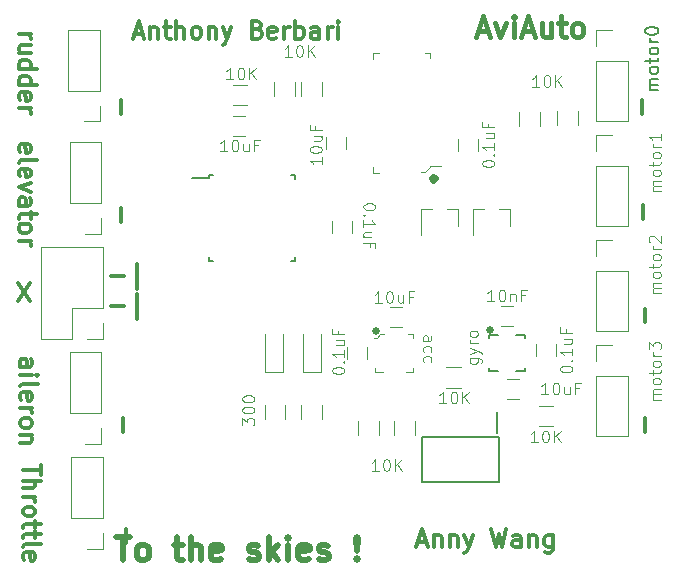
<source format=gbr>
G04 #@! TF.FileFunction,Legend,Top*
%FSLAX46Y46*%
G04 Gerber Fmt 4.6, Leading zero omitted, Abs format (unit mm)*
G04 Created by KiCad (PCBNEW 4.0.7) date 08/08/18 22:49:19*
%MOMM*%
%LPD*%
G01*
G04 APERTURE LIST*
%ADD10C,0.100000*%
%ADD11C,0.500000*%
%ADD12C,0.600000*%
%ADD13C,0.300000*%
%ADD14C,0.150000*%
%ADD15C,0.450000*%
%ADD16C,0.120000*%
%ADD17C,0.200000*%
G04 APERTURE END LIST*
D10*
X264485381Y-83938762D02*
X263818714Y-83938762D01*
X263913952Y-83938762D02*
X263866333Y-83891143D01*
X263818714Y-83795905D01*
X263818714Y-83653047D01*
X263866333Y-83557809D01*
X263961571Y-83510190D01*
X264485381Y-83510190D01*
X263961571Y-83510190D02*
X263866333Y-83462571D01*
X263818714Y-83367333D01*
X263818714Y-83224476D01*
X263866333Y-83129238D01*
X263961571Y-83081619D01*
X264485381Y-83081619D01*
X264485381Y-82462572D02*
X264437762Y-82557810D01*
X264390143Y-82605429D01*
X264294905Y-82653048D01*
X264009190Y-82653048D01*
X263913952Y-82605429D01*
X263866333Y-82557810D01*
X263818714Y-82462572D01*
X263818714Y-82319714D01*
X263866333Y-82224476D01*
X263913952Y-82176857D01*
X264009190Y-82129238D01*
X264294905Y-82129238D01*
X264390143Y-82176857D01*
X264437762Y-82224476D01*
X264485381Y-82319714D01*
X264485381Y-82462572D01*
X263818714Y-81843524D02*
X263818714Y-81462572D01*
X263485381Y-81700667D02*
X264342524Y-81700667D01*
X264437762Y-81653048D01*
X264485381Y-81557810D01*
X264485381Y-81462572D01*
X264485381Y-80986381D02*
X264437762Y-81081619D01*
X264390143Y-81129238D01*
X264294905Y-81176857D01*
X264009190Y-81176857D01*
X263913952Y-81129238D01*
X263866333Y-81081619D01*
X263818714Y-80986381D01*
X263818714Y-80843523D01*
X263866333Y-80748285D01*
X263913952Y-80700666D01*
X264009190Y-80653047D01*
X264294905Y-80653047D01*
X264390143Y-80700666D01*
X264437762Y-80748285D01*
X264485381Y-80843523D01*
X264485381Y-80986381D01*
X264485381Y-80224476D02*
X263818714Y-80224476D01*
X264009190Y-80224476D02*
X263913952Y-80176857D01*
X263866333Y-80129238D01*
X263818714Y-80034000D01*
X263818714Y-79938761D01*
X263485381Y-79700666D02*
X263485381Y-79081618D01*
X263866333Y-79414952D01*
X263866333Y-79272094D01*
X263913952Y-79176856D01*
X263961571Y-79129237D01*
X264056810Y-79081618D01*
X264294905Y-79081618D01*
X264390143Y-79129237D01*
X264437762Y-79176856D01*
X264485381Y-79272094D01*
X264485381Y-79557809D01*
X264437762Y-79653047D01*
X264390143Y-79700666D01*
X264485381Y-74921762D02*
X263818714Y-74921762D01*
X263913952Y-74921762D02*
X263866333Y-74874143D01*
X263818714Y-74778905D01*
X263818714Y-74636047D01*
X263866333Y-74540809D01*
X263961571Y-74493190D01*
X264485381Y-74493190D01*
X263961571Y-74493190D02*
X263866333Y-74445571D01*
X263818714Y-74350333D01*
X263818714Y-74207476D01*
X263866333Y-74112238D01*
X263961571Y-74064619D01*
X264485381Y-74064619D01*
X264485381Y-73445572D02*
X264437762Y-73540810D01*
X264390143Y-73588429D01*
X264294905Y-73636048D01*
X264009190Y-73636048D01*
X263913952Y-73588429D01*
X263866333Y-73540810D01*
X263818714Y-73445572D01*
X263818714Y-73302714D01*
X263866333Y-73207476D01*
X263913952Y-73159857D01*
X264009190Y-73112238D01*
X264294905Y-73112238D01*
X264390143Y-73159857D01*
X264437762Y-73207476D01*
X264485381Y-73302714D01*
X264485381Y-73445572D01*
X263818714Y-72826524D02*
X263818714Y-72445572D01*
X263485381Y-72683667D02*
X264342524Y-72683667D01*
X264437762Y-72636048D01*
X264485381Y-72540810D01*
X264485381Y-72445572D01*
X264485381Y-71969381D02*
X264437762Y-72064619D01*
X264390143Y-72112238D01*
X264294905Y-72159857D01*
X264009190Y-72159857D01*
X263913952Y-72112238D01*
X263866333Y-72064619D01*
X263818714Y-71969381D01*
X263818714Y-71826523D01*
X263866333Y-71731285D01*
X263913952Y-71683666D01*
X264009190Y-71636047D01*
X264294905Y-71636047D01*
X264390143Y-71683666D01*
X264437762Y-71731285D01*
X264485381Y-71826523D01*
X264485381Y-71969381D01*
X264485381Y-71207476D02*
X263818714Y-71207476D01*
X264009190Y-71207476D02*
X263913952Y-71159857D01*
X263866333Y-71112238D01*
X263818714Y-71017000D01*
X263818714Y-70921761D01*
X263580619Y-70636047D02*
X263533000Y-70588428D01*
X263485381Y-70493190D01*
X263485381Y-70255094D01*
X263533000Y-70159856D01*
X263580619Y-70112237D01*
X263675857Y-70064618D01*
X263771095Y-70064618D01*
X263913952Y-70112237D01*
X264485381Y-70683666D01*
X264485381Y-70064618D01*
X264485381Y-66285762D02*
X263818714Y-66285762D01*
X263913952Y-66285762D02*
X263866333Y-66238143D01*
X263818714Y-66142905D01*
X263818714Y-66000047D01*
X263866333Y-65904809D01*
X263961571Y-65857190D01*
X264485381Y-65857190D01*
X263961571Y-65857190D02*
X263866333Y-65809571D01*
X263818714Y-65714333D01*
X263818714Y-65571476D01*
X263866333Y-65476238D01*
X263961571Y-65428619D01*
X264485381Y-65428619D01*
X264485381Y-64809572D02*
X264437762Y-64904810D01*
X264390143Y-64952429D01*
X264294905Y-65000048D01*
X264009190Y-65000048D01*
X263913952Y-64952429D01*
X263866333Y-64904810D01*
X263818714Y-64809572D01*
X263818714Y-64666714D01*
X263866333Y-64571476D01*
X263913952Y-64523857D01*
X264009190Y-64476238D01*
X264294905Y-64476238D01*
X264390143Y-64523857D01*
X264437762Y-64571476D01*
X264485381Y-64666714D01*
X264485381Y-64809572D01*
X263818714Y-64190524D02*
X263818714Y-63809572D01*
X263485381Y-64047667D02*
X264342524Y-64047667D01*
X264437762Y-64000048D01*
X264485381Y-63904810D01*
X264485381Y-63809572D01*
X264485381Y-63333381D02*
X264437762Y-63428619D01*
X264390143Y-63476238D01*
X264294905Y-63523857D01*
X264009190Y-63523857D01*
X263913952Y-63476238D01*
X263866333Y-63428619D01*
X263818714Y-63333381D01*
X263818714Y-63190523D01*
X263866333Y-63095285D01*
X263913952Y-63047666D01*
X264009190Y-63000047D01*
X264294905Y-63000047D01*
X264390143Y-63047666D01*
X264437762Y-63095285D01*
X264485381Y-63190523D01*
X264485381Y-63333381D01*
X264485381Y-62571476D02*
X263818714Y-62571476D01*
X264009190Y-62571476D02*
X263913952Y-62523857D01*
X263866333Y-62476238D01*
X263818714Y-62381000D01*
X263818714Y-62285761D01*
X264485381Y-61428618D02*
X264485381Y-62000047D01*
X264485381Y-61714333D02*
X263485381Y-61714333D01*
X263628238Y-61809571D01*
X263723476Y-61904809D01*
X263771095Y-62000047D01*
X248324714Y-80430571D02*
X249134238Y-80430571D01*
X249229476Y-80478190D01*
X249277095Y-80525809D01*
X249324714Y-80621048D01*
X249324714Y-80763905D01*
X249277095Y-80859143D01*
X248943762Y-80430571D02*
X248991381Y-80525809D01*
X248991381Y-80716286D01*
X248943762Y-80811524D01*
X248896143Y-80859143D01*
X248800905Y-80906762D01*
X248515190Y-80906762D01*
X248419952Y-80859143D01*
X248372333Y-80811524D01*
X248324714Y-80716286D01*
X248324714Y-80525809D01*
X248372333Y-80430571D01*
X248324714Y-80049619D02*
X248991381Y-79811524D01*
X248324714Y-79573428D02*
X248991381Y-79811524D01*
X249229476Y-79906762D01*
X249277095Y-79954381D01*
X249324714Y-80049619D01*
X248991381Y-79192476D02*
X248324714Y-79192476D01*
X248515190Y-79192476D02*
X248419952Y-79144857D01*
X248372333Y-79097238D01*
X248324714Y-79002000D01*
X248324714Y-78906761D01*
X248991381Y-78430571D02*
X248943762Y-78525809D01*
X248896143Y-78573428D01*
X248800905Y-78621047D01*
X248515190Y-78621047D01*
X248419952Y-78573428D01*
X248372333Y-78525809D01*
X248324714Y-78430571D01*
X248324714Y-78287713D01*
X248372333Y-78192475D01*
X248419952Y-78144856D01*
X248515190Y-78097237D01*
X248800905Y-78097237D01*
X248896143Y-78144856D01*
X248943762Y-78192475D01*
X248991381Y-78287713D01*
X248991381Y-78430571D01*
X244403619Y-78986143D02*
X244927429Y-78986143D01*
X245022667Y-78938524D01*
X245070286Y-78843286D01*
X245070286Y-78652809D01*
X245022667Y-78557571D01*
X244451238Y-78986143D02*
X244403619Y-78890905D01*
X244403619Y-78652809D01*
X244451238Y-78557571D01*
X244546476Y-78509952D01*
X244641714Y-78509952D01*
X244736952Y-78557571D01*
X244784571Y-78652809D01*
X244784571Y-78890905D01*
X244832190Y-78986143D01*
X244451238Y-79890905D02*
X244403619Y-79795667D01*
X244403619Y-79605190D01*
X244451238Y-79509952D01*
X244498857Y-79462333D01*
X244594095Y-79414714D01*
X244879810Y-79414714D01*
X244975048Y-79462333D01*
X245022667Y-79509952D01*
X245070286Y-79605190D01*
X245070286Y-79795667D01*
X245022667Y-79890905D01*
X244451238Y-80748048D02*
X244403619Y-80652810D01*
X244403619Y-80462333D01*
X244451238Y-80367095D01*
X244498857Y-80319476D01*
X244594095Y-80271857D01*
X244879810Y-80271857D01*
X244975048Y-80319476D01*
X245022667Y-80367095D01*
X245070286Y-80462333D01*
X245070286Y-80652810D01*
X245022667Y-80748048D01*
X240323619Y-67572143D02*
X240323619Y-67667382D01*
X240276000Y-67762620D01*
X240228381Y-67810239D01*
X240133143Y-67857858D01*
X239942667Y-67905477D01*
X239704571Y-67905477D01*
X239514095Y-67857858D01*
X239418857Y-67810239D01*
X239371238Y-67762620D01*
X239323619Y-67667382D01*
X239323619Y-67572143D01*
X239371238Y-67476905D01*
X239418857Y-67429286D01*
X239514095Y-67381667D01*
X239704571Y-67334048D01*
X239942667Y-67334048D01*
X240133143Y-67381667D01*
X240228381Y-67429286D01*
X240276000Y-67476905D01*
X240323619Y-67572143D01*
X239418857Y-68334048D02*
X239371238Y-68381667D01*
X239323619Y-68334048D01*
X239371238Y-68286429D01*
X239418857Y-68334048D01*
X239323619Y-68334048D01*
X239323619Y-69334048D02*
X239323619Y-68762619D01*
X239323619Y-69048333D02*
X240323619Y-69048333D01*
X240180762Y-68953095D01*
X240085524Y-68857857D01*
X240037905Y-68762619D01*
X239990286Y-70191191D02*
X239323619Y-70191191D01*
X239990286Y-69762619D02*
X239466476Y-69762619D01*
X239371238Y-69810238D01*
X239323619Y-69905476D01*
X239323619Y-70048334D01*
X239371238Y-70143572D01*
X239418857Y-70191191D01*
X239847429Y-71000715D02*
X239847429Y-70667381D01*
X239323619Y-70667381D02*
X240323619Y-70667381D01*
X240323619Y-71143572D01*
X250388572Y-75636381D02*
X249817143Y-75636381D01*
X250102857Y-75636381D02*
X250102857Y-74636381D01*
X250007619Y-74779238D01*
X249912381Y-74874476D01*
X249817143Y-74922095D01*
X251007619Y-74636381D02*
X251102858Y-74636381D01*
X251198096Y-74684000D01*
X251245715Y-74731619D01*
X251293334Y-74826857D01*
X251340953Y-75017333D01*
X251340953Y-75255429D01*
X251293334Y-75445905D01*
X251245715Y-75541143D01*
X251198096Y-75588762D01*
X251102858Y-75636381D01*
X251007619Y-75636381D01*
X250912381Y-75588762D01*
X250864762Y-75541143D01*
X250817143Y-75445905D01*
X250769524Y-75255429D01*
X250769524Y-75017333D01*
X250817143Y-74826857D01*
X250864762Y-74731619D01*
X250912381Y-74684000D01*
X251007619Y-74636381D01*
X251769524Y-74969714D02*
X251769524Y-75636381D01*
X251769524Y-75064952D02*
X251817143Y-75017333D01*
X251912381Y-74969714D01*
X252055239Y-74969714D01*
X252150477Y-75017333D01*
X252198096Y-75112571D01*
X252198096Y-75636381D01*
X253007620Y-75112571D02*
X252674286Y-75112571D01*
X252674286Y-75636381D02*
X252674286Y-74636381D01*
X253150477Y-74636381D01*
X255992381Y-81398857D02*
X255992381Y-81303618D01*
X256040000Y-81208380D01*
X256087619Y-81160761D01*
X256182857Y-81113142D01*
X256373333Y-81065523D01*
X256611429Y-81065523D01*
X256801905Y-81113142D01*
X256897143Y-81160761D01*
X256944762Y-81208380D01*
X256992381Y-81303618D01*
X256992381Y-81398857D01*
X256944762Y-81494095D01*
X256897143Y-81541714D01*
X256801905Y-81589333D01*
X256611429Y-81636952D01*
X256373333Y-81636952D01*
X256182857Y-81589333D01*
X256087619Y-81541714D01*
X256040000Y-81494095D01*
X255992381Y-81398857D01*
X256897143Y-80636952D02*
X256944762Y-80589333D01*
X256992381Y-80636952D01*
X256944762Y-80684571D01*
X256897143Y-80636952D01*
X256992381Y-80636952D01*
X256992381Y-79636952D02*
X256992381Y-80208381D01*
X256992381Y-79922667D02*
X255992381Y-79922667D01*
X256135238Y-80017905D01*
X256230476Y-80113143D01*
X256278095Y-80208381D01*
X256325714Y-78779809D02*
X256992381Y-78779809D01*
X256325714Y-79208381D02*
X256849524Y-79208381D01*
X256944762Y-79160762D01*
X256992381Y-79065524D01*
X256992381Y-78922666D01*
X256944762Y-78827428D01*
X256897143Y-78779809D01*
X256468571Y-77970285D02*
X256468571Y-78303619D01*
X256992381Y-78303619D02*
X255992381Y-78303619D01*
X255992381Y-77827428D01*
X254960572Y-83510381D02*
X254389143Y-83510381D01*
X254674857Y-83510381D02*
X254674857Y-82510381D01*
X254579619Y-82653238D01*
X254484381Y-82748476D01*
X254389143Y-82796095D01*
X255579619Y-82510381D02*
X255674858Y-82510381D01*
X255770096Y-82558000D01*
X255817715Y-82605619D01*
X255865334Y-82700857D01*
X255912953Y-82891333D01*
X255912953Y-83129429D01*
X255865334Y-83319905D01*
X255817715Y-83415143D01*
X255770096Y-83462762D01*
X255674858Y-83510381D01*
X255579619Y-83510381D01*
X255484381Y-83462762D01*
X255436762Y-83415143D01*
X255389143Y-83319905D01*
X255341524Y-83129429D01*
X255341524Y-82891333D01*
X255389143Y-82700857D01*
X255436762Y-82605619D01*
X255484381Y-82558000D01*
X255579619Y-82510381D01*
X256770096Y-82843714D02*
X256770096Y-83510381D01*
X256341524Y-82843714D02*
X256341524Y-83367524D01*
X256389143Y-83462762D01*
X256484381Y-83510381D01*
X256627239Y-83510381D01*
X256722477Y-83462762D01*
X256770096Y-83415143D01*
X257579620Y-82986571D02*
X257246286Y-82986571D01*
X257246286Y-83510381D02*
X257246286Y-82510381D01*
X257722477Y-82510381D01*
X254071524Y-87574381D02*
X253500095Y-87574381D01*
X253785809Y-87574381D02*
X253785809Y-86574381D01*
X253690571Y-86717238D01*
X253595333Y-86812476D01*
X253500095Y-86860095D01*
X254690571Y-86574381D02*
X254785810Y-86574381D01*
X254881048Y-86622000D01*
X254928667Y-86669619D01*
X254976286Y-86764857D01*
X255023905Y-86955333D01*
X255023905Y-87193429D01*
X254976286Y-87383905D01*
X254928667Y-87479143D01*
X254881048Y-87526762D01*
X254785810Y-87574381D01*
X254690571Y-87574381D01*
X254595333Y-87526762D01*
X254547714Y-87479143D01*
X254500095Y-87383905D01*
X254452476Y-87193429D01*
X254452476Y-86955333D01*
X254500095Y-86764857D01*
X254547714Y-86669619D01*
X254595333Y-86622000D01*
X254690571Y-86574381D01*
X255452476Y-87574381D02*
X255452476Y-86574381D01*
X256023905Y-87574381D02*
X255595333Y-87002952D01*
X256023905Y-86574381D02*
X255452476Y-87145810D01*
X240609524Y-89987381D02*
X240038095Y-89987381D01*
X240323809Y-89987381D02*
X240323809Y-88987381D01*
X240228571Y-89130238D01*
X240133333Y-89225476D01*
X240038095Y-89273095D01*
X241228571Y-88987381D02*
X241323810Y-88987381D01*
X241419048Y-89035000D01*
X241466667Y-89082619D01*
X241514286Y-89177857D01*
X241561905Y-89368333D01*
X241561905Y-89606429D01*
X241514286Y-89796905D01*
X241466667Y-89892143D01*
X241419048Y-89939762D01*
X241323810Y-89987381D01*
X241228571Y-89987381D01*
X241133333Y-89939762D01*
X241085714Y-89892143D01*
X241038095Y-89796905D01*
X240990476Y-89606429D01*
X240990476Y-89368333D01*
X241038095Y-89177857D01*
X241085714Y-89082619D01*
X241133333Y-89035000D01*
X241228571Y-88987381D01*
X241990476Y-89987381D02*
X241990476Y-88987381D01*
X242561905Y-89987381D02*
X242133333Y-89415952D01*
X242561905Y-88987381D02*
X241990476Y-89558810D01*
X236688381Y-81525857D02*
X236688381Y-81430618D01*
X236736000Y-81335380D01*
X236783619Y-81287761D01*
X236878857Y-81240142D01*
X237069333Y-81192523D01*
X237307429Y-81192523D01*
X237497905Y-81240142D01*
X237593143Y-81287761D01*
X237640762Y-81335380D01*
X237688381Y-81430618D01*
X237688381Y-81525857D01*
X237640762Y-81621095D01*
X237593143Y-81668714D01*
X237497905Y-81716333D01*
X237307429Y-81763952D01*
X237069333Y-81763952D01*
X236878857Y-81716333D01*
X236783619Y-81668714D01*
X236736000Y-81621095D01*
X236688381Y-81525857D01*
X237593143Y-80763952D02*
X237640762Y-80716333D01*
X237688381Y-80763952D01*
X237640762Y-80811571D01*
X237593143Y-80763952D01*
X237688381Y-80763952D01*
X237688381Y-79763952D02*
X237688381Y-80335381D01*
X237688381Y-80049667D02*
X236688381Y-80049667D01*
X236831238Y-80144905D01*
X236926476Y-80240143D01*
X236974095Y-80335381D01*
X237021714Y-78906809D02*
X237688381Y-78906809D01*
X237021714Y-79335381D02*
X237545524Y-79335381D01*
X237640762Y-79287762D01*
X237688381Y-79192524D01*
X237688381Y-79049666D01*
X237640762Y-78954428D01*
X237593143Y-78906809D01*
X237164571Y-78097285D02*
X237164571Y-78430619D01*
X237688381Y-78430619D02*
X236688381Y-78430619D01*
X236688381Y-77954428D01*
X240863572Y-75763381D02*
X240292143Y-75763381D01*
X240577857Y-75763381D02*
X240577857Y-74763381D01*
X240482619Y-74906238D01*
X240387381Y-75001476D01*
X240292143Y-75049095D01*
X241482619Y-74763381D02*
X241577858Y-74763381D01*
X241673096Y-74811000D01*
X241720715Y-74858619D01*
X241768334Y-74953857D01*
X241815953Y-75144333D01*
X241815953Y-75382429D01*
X241768334Y-75572905D01*
X241720715Y-75668143D01*
X241673096Y-75715762D01*
X241577858Y-75763381D01*
X241482619Y-75763381D01*
X241387381Y-75715762D01*
X241339762Y-75668143D01*
X241292143Y-75572905D01*
X241244524Y-75382429D01*
X241244524Y-75144333D01*
X241292143Y-74953857D01*
X241339762Y-74858619D01*
X241387381Y-74811000D01*
X241482619Y-74763381D01*
X242673096Y-75096714D02*
X242673096Y-75763381D01*
X242244524Y-75096714D02*
X242244524Y-75620524D01*
X242292143Y-75715762D01*
X242387381Y-75763381D01*
X242530239Y-75763381D01*
X242625477Y-75715762D01*
X242673096Y-75668143D01*
X243482620Y-75239571D02*
X243149286Y-75239571D01*
X243149286Y-75763381D02*
X243149286Y-74763381D01*
X243625477Y-74763381D01*
X246324524Y-84272381D02*
X245753095Y-84272381D01*
X246038809Y-84272381D02*
X246038809Y-83272381D01*
X245943571Y-83415238D01*
X245848333Y-83510476D01*
X245753095Y-83558095D01*
X246943571Y-83272381D02*
X247038810Y-83272381D01*
X247134048Y-83320000D01*
X247181667Y-83367619D01*
X247229286Y-83462857D01*
X247276905Y-83653333D01*
X247276905Y-83891429D01*
X247229286Y-84081905D01*
X247181667Y-84177143D01*
X247134048Y-84224762D01*
X247038810Y-84272381D01*
X246943571Y-84272381D01*
X246848333Y-84224762D01*
X246800714Y-84177143D01*
X246753095Y-84081905D01*
X246705476Y-83891429D01*
X246705476Y-83653333D01*
X246753095Y-83462857D01*
X246800714Y-83367619D01*
X246848333Y-83320000D01*
X246943571Y-83272381D01*
X247705476Y-84272381D02*
X247705476Y-83272381D01*
X248276905Y-84272381D02*
X247848333Y-83700952D01*
X248276905Y-83272381D02*
X247705476Y-83843810D01*
D11*
X250063000Y-77930286D02*
X250158239Y-78025524D01*
X250063000Y-78120762D01*
X249967762Y-78025524D01*
X250063000Y-77930286D01*
X250063000Y-78120762D01*
X240411000Y-78057286D02*
X240506239Y-78152524D01*
X240411000Y-78247762D01*
X240315762Y-78152524D01*
X240411000Y-78057286D01*
X240411000Y-78247762D01*
D10*
X254198524Y-57475381D02*
X253627095Y-57475381D01*
X253912809Y-57475381D02*
X253912809Y-56475381D01*
X253817571Y-56618238D01*
X253722333Y-56713476D01*
X253627095Y-56761095D01*
X254817571Y-56475381D02*
X254912810Y-56475381D01*
X255008048Y-56523000D01*
X255055667Y-56570619D01*
X255103286Y-56665857D01*
X255150905Y-56856333D01*
X255150905Y-57094429D01*
X255103286Y-57284905D01*
X255055667Y-57380143D01*
X255008048Y-57427762D01*
X254912810Y-57475381D01*
X254817571Y-57475381D01*
X254722333Y-57427762D01*
X254674714Y-57380143D01*
X254627095Y-57284905D01*
X254579476Y-57094429D01*
X254579476Y-56856333D01*
X254627095Y-56665857D01*
X254674714Y-56570619D01*
X254722333Y-56523000D01*
X254817571Y-56475381D01*
X255579476Y-57475381D02*
X255579476Y-56475381D01*
X256150905Y-57475381D02*
X255722333Y-56903952D01*
X256150905Y-56475381D02*
X255579476Y-57046810D01*
X249388381Y-63999857D02*
X249388381Y-63904618D01*
X249436000Y-63809380D01*
X249483619Y-63761761D01*
X249578857Y-63714142D01*
X249769333Y-63666523D01*
X250007429Y-63666523D01*
X250197905Y-63714142D01*
X250293143Y-63761761D01*
X250340762Y-63809380D01*
X250388381Y-63904618D01*
X250388381Y-63999857D01*
X250340762Y-64095095D01*
X250293143Y-64142714D01*
X250197905Y-64190333D01*
X250007429Y-64237952D01*
X249769333Y-64237952D01*
X249578857Y-64190333D01*
X249483619Y-64142714D01*
X249436000Y-64095095D01*
X249388381Y-63999857D01*
X250293143Y-63237952D02*
X250340762Y-63190333D01*
X250388381Y-63237952D01*
X250340762Y-63285571D01*
X250293143Y-63237952D01*
X250388381Y-63237952D01*
X250388381Y-62237952D02*
X250388381Y-62809381D01*
X250388381Y-62523667D02*
X249388381Y-62523667D01*
X249531238Y-62618905D01*
X249626476Y-62714143D01*
X249674095Y-62809381D01*
X249721714Y-61380809D02*
X250388381Y-61380809D01*
X249721714Y-61809381D02*
X250245524Y-61809381D01*
X250340762Y-61761762D01*
X250388381Y-61666524D01*
X250388381Y-61523666D01*
X250340762Y-61428428D01*
X250293143Y-61380809D01*
X249864571Y-60571285D02*
X249864571Y-60904619D01*
X250388381Y-60904619D02*
X249388381Y-60904619D01*
X249388381Y-60428428D01*
X235783381Y-63428428D02*
X235783381Y-63999857D01*
X235783381Y-63714143D02*
X234783381Y-63714143D01*
X234926238Y-63809381D01*
X235021476Y-63904619D01*
X235069095Y-63999857D01*
X234783381Y-62809381D02*
X234783381Y-62714142D01*
X234831000Y-62618904D01*
X234878619Y-62571285D01*
X234973857Y-62523666D01*
X235164333Y-62476047D01*
X235402429Y-62476047D01*
X235592905Y-62523666D01*
X235688143Y-62571285D01*
X235735762Y-62618904D01*
X235783381Y-62714142D01*
X235783381Y-62809381D01*
X235735762Y-62904619D01*
X235688143Y-62952238D01*
X235592905Y-62999857D01*
X235402429Y-63047476D01*
X235164333Y-63047476D01*
X234973857Y-62999857D01*
X234878619Y-62952238D01*
X234831000Y-62904619D01*
X234783381Y-62809381D01*
X235116714Y-61618904D02*
X235783381Y-61618904D01*
X235116714Y-62047476D02*
X235640524Y-62047476D01*
X235735762Y-61999857D01*
X235783381Y-61904619D01*
X235783381Y-61761761D01*
X235735762Y-61666523D01*
X235688143Y-61618904D01*
X235259571Y-60809380D02*
X235259571Y-61142714D01*
X235783381Y-61142714D02*
X234783381Y-61142714D01*
X234783381Y-60666523D01*
D12*
X245237001Y-65079429D02*
X245379858Y-65222286D01*
X245237001Y-65365143D01*
X245094144Y-65222286D01*
X245237001Y-65079429D01*
X245237001Y-65365143D01*
D10*
X233243524Y-54935381D02*
X232672095Y-54935381D01*
X232957809Y-54935381D02*
X232957809Y-53935381D01*
X232862571Y-54078238D01*
X232767333Y-54173476D01*
X232672095Y-54221095D01*
X233862571Y-53935381D02*
X233957810Y-53935381D01*
X234053048Y-53983000D01*
X234100667Y-54030619D01*
X234148286Y-54125857D01*
X234195905Y-54316333D01*
X234195905Y-54554429D01*
X234148286Y-54744905D01*
X234100667Y-54840143D01*
X234053048Y-54887762D01*
X233957810Y-54935381D01*
X233862571Y-54935381D01*
X233767333Y-54887762D01*
X233719714Y-54840143D01*
X233672095Y-54744905D01*
X233624476Y-54554429D01*
X233624476Y-54316333D01*
X233672095Y-54125857D01*
X233719714Y-54030619D01*
X233767333Y-53983000D01*
X233862571Y-53935381D01*
X234624476Y-54935381D02*
X234624476Y-53935381D01*
X235195905Y-54935381D02*
X234767333Y-54363952D01*
X235195905Y-53935381D02*
X234624476Y-54506810D01*
X228290524Y-56840381D02*
X227719095Y-56840381D01*
X228004809Y-56840381D02*
X228004809Y-55840381D01*
X227909571Y-55983238D01*
X227814333Y-56078476D01*
X227719095Y-56126095D01*
X228909571Y-55840381D02*
X229004810Y-55840381D01*
X229100048Y-55888000D01*
X229147667Y-55935619D01*
X229195286Y-56030857D01*
X229242905Y-56221333D01*
X229242905Y-56459429D01*
X229195286Y-56649905D01*
X229147667Y-56745143D01*
X229100048Y-56792762D01*
X229004810Y-56840381D01*
X228909571Y-56840381D01*
X228814333Y-56792762D01*
X228766714Y-56745143D01*
X228719095Y-56649905D01*
X228671476Y-56459429D01*
X228671476Y-56221333D01*
X228719095Y-56030857D01*
X228766714Y-55935619D01*
X228814333Y-55888000D01*
X228909571Y-55840381D01*
X229671476Y-56840381D02*
X229671476Y-55840381D01*
X230242905Y-56840381D02*
X229814333Y-56268952D01*
X230242905Y-55840381D02*
X229671476Y-56411810D01*
X227782572Y-62936381D02*
X227211143Y-62936381D01*
X227496857Y-62936381D02*
X227496857Y-61936381D01*
X227401619Y-62079238D01*
X227306381Y-62174476D01*
X227211143Y-62222095D01*
X228401619Y-61936381D02*
X228496858Y-61936381D01*
X228592096Y-61984000D01*
X228639715Y-62031619D01*
X228687334Y-62126857D01*
X228734953Y-62317333D01*
X228734953Y-62555429D01*
X228687334Y-62745905D01*
X228639715Y-62841143D01*
X228592096Y-62888762D01*
X228496858Y-62936381D01*
X228401619Y-62936381D01*
X228306381Y-62888762D01*
X228258762Y-62841143D01*
X228211143Y-62745905D01*
X228163524Y-62555429D01*
X228163524Y-62317333D01*
X228211143Y-62126857D01*
X228258762Y-62031619D01*
X228306381Y-61984000D01*
X228401619Y-61936381D01*
X229592096Y-62269714D02*
X229592096Y-62936381D01*
X229163524Y-62269714D02*
X229163524Y-62793524D01*
X229211143Y-62888762D01*
X229306381Y-62936381D01*
X229449239Y-62936381D01*
X229544477Y-62888762D01*
X229592096Y-62841143D01*
X230401620Y-62412571D02*
X230068286Y-62412571D01*
X230068286Y-62936381D02*
X230068286Y-61936381D01*
X230544477Y-61936381D01*
X229068381Y-86121714D02*
X229068381Y-85502666D01*
X229449333Y-85836000D01*
X229449333Y-85693142D01*
X229496952Y-85597904D01*
X229544571Y-85550285D01*
X229639810Y-85502666D01*
X229877905Y-85502666D01*
X229973143Y-85550285D01*
X230020762Y-85597904D01*
X230068381Y-85693142D01*
X230068381Y-85978857D01*
X230020762Y-86074095D01*
X229973143Y-86121714D01*
X229068381Y-84883619D02*
X229068381Y-84788380D01*
X229116000Y-84693142D01*
X229163619Y-84645523D01*
X229258857Y-84597904D01*
X229449333Y-84550285D01*
X229687429Y-84550285D01*
X229877905Y-84597904D01*
X229973143Y-84645523D01*
X230020762Y-84693142D01*
X230068381Y-84788380D01*
X230068381Y-84883619D01*
X230020762Y-84978857D01*
X229973143Y-85026476D01*
X229877905Y-85074095D01*
X229687429Y-85121714D01*
X229449333Y-85121714D01*
X229258857Y-85074095D01*
X229163619Y-85026476D01*
X229116000Y-84978857D01*
X229068381Y-84883619D01*
X229068381Y-83931238D02*
X229068381Y-83835999D01*
X229116000Y-83740761D01*
X229163619Y-83693142D01*
X229258857Y-83645523D01*
X229449333Y-83597904D01*
X229687429Y-83597904D01*
X229877905Y-83645523D01*
X229973143Y-83693142D01*
X230020762Y-83740761D01*
X230068381Y-83835999D01*
X230068381Y-83931238D01*
X230020762Y-84026476D01*
X229973143Y-84074095D01*
X229877905Y-84121714D01*
X229687429Y-84169333D01*
X229449333Y-84169333D01*
X229258857Y-84121714D01*
X229163619Y-84074095D01*
X229116000Y-84026476D01*
X229068381Y-83931238D01*
D13*
X219182143Y-96075428D02*
X219182143Y-94932571D01*
X218928143Y-86677428D02*
X218928143Y-85534571D01*
X218801143Y-68897428D02*
X218801143Y-67754571D01*
X218801143Y-59753428D02*
X218801143Y-58610571D01*
X262870143Y-59753428D02*
X262870143Y-58610571D01*
X262997143Y-68643428D02*
X262997143Y-67500571D01*
X263124143Y-77406428D02*
X263124143Y-76263571D01*
X263124143Y-86677428D02*
X263124143Y-85534571D01*
D14*
X264276619Y-57763237D02*
X263543286Y-57763237D01*
X263648048Y-57763237D02*
X263595667Y-57710856D01*
X263543286Y-57606094D01*
X263543286Y-57448952D01*
X263595667Y-57344190D01*
X263700429Y-57291809D01*
X264276619Y-57291809D01*
X263700429Y-57291809D02*
X263595667Y-57239428D01*
X263543286Y-57134666D01*
X263543286Y-56977523D01*
X263595667Y-56872761D01*
X263700429Y-56820380D01*
X264276619Y-56820380D01*
X264276619Y-56139427D02*
X264224238Y-56244189D01*
X264171857Y-56296570D01*
X264067095Y-56348951D01*
X263752810Y-56348951D01*
X263648048Y-56296570D01*
X263595667Y-56244189D01*
X263543286Y-56139427D01*
X263543286Y-55982285D01*
X263595667Y-55877523D01*
X263648048Y-55825142D01*
X263752810Y-55772761D01*
X264067095Y-55772761D01*
X264171857Y-55825142D01*
X264224238Y-55877523D01*
X264276619Y-55982285D01*
X264276619Y-56139427D01*
X263543286Y-55458475D02*
X263543286Y-55039427D01*
X263176619Y-55301332D02*
X264119476Y-55301332D01*
X264224238Y-55248951D01*
X264276619Y-55144189D01*
X264276619Y-55039427D01*
X264276619Y-54515618D02*
X264224238Y-54620380D01*
X264171857Y-54672761D01*
X264067095Y-54725142D01*
X263752810Y-54725142D01*
X263648048Y-54672761D01*
X263595667Y-54620380D01*
X263543286Y-54515618D01*
X263543286Y-54358476D01*
X263595667Y-54253714D01*
X263648048Y-54201333D01*
X263752810Y-54148952D01*
X264067095Y-54148952D01*
X264171857Y-54201333D01*
X264224238Y-54253714D01*
X264276619Y-54358476D01*
X264276619Y-54515618D01*
X264276619Y-53677523D02*
X263543286Y-53677523D01*
X263752810Y-53677523D02*
X263648048Y-53625142D01*
X263595667Y-53572761D01*
X263543286Y-53467999D01*
X263543286Y-53363238D01*
X263176619Y-52787047D02*
X263176619Y-52682286D01*
X263229000Y-52577524D01*
X263281381Y-52525143D01*
X263386143Y-52472762D01*
X263595667Y-52420381D01*
X263857571Y-52420381D01*
X264067095Y-52472762D01*
X264171857Y-52525143D01*
X264224238Y-52577524D01*
X264276619Y-52682286D01*
X264276619Y-52787047D01*
X264224238Y-52891809D01*
X264171857Y-52944190D01*
X264067095Y-52996571D01*
X263857571Y-53048952D01*
X263595667Y-53048952D01*
X263386143Y-52996571D01*
X263281381Y-52944190D01*
X263229000Y-52891809D01*
X263176619Y-52787047D01*
D13*
X210066001Y-74108571D02*
X211066001Y-75608571D01*
X211066001Y-74108571D02*
X210066001Y-75608571D01*
X217916286Y-73508143D02*
X219059143Y-73508143D01*
X220130572Y-74579571D02*
X220130572Y-72436714D01*
X217916286Y-76058143D02*
X219059143Y-76058143D01*
X220130572Y-77129571D02*
X220130572Y-74986714D01*
X210141429Y-53011001D02*
X211141429Y-53011001D01*
X210855714Y-53011001D02*
X210998571Y-53082429D01*
X211070000Y-53153858D01*
X211141429Y-53296715D01*
X211141429Y-53439572D01*
X211141429Y-54582429D02*
X210141429Y-54582429D01*
X211141429Y-53939572D02*
X210355714Y-53939572D01*
X210212857Y-54011000D01*
X210141429Y-54153858D01*
X210141429Y-54368143D01*
X210212857Y-54511000D01*
X210284286Y-54582429D01*
X210141429Y-55939572D02*
X211641429Y-55939572D01*
X210212857Y-55939572D02*
X210141429Y-55796715D01*
X210141429Y-55511001D01*
X210212857Y-55368143D01*
X210284286Y-55296715D01*
X210427143Y-55225286D01*
X210855714Y-55225286D01*
X210998571Y-55296715D01*
X211070000Y-55368143D01*
X211141429Y-55511001D01*
X211141429Y-55796715D01*
X211070000Y-55939572D01*
X210141429Y-57296715D02*
X211641429Y-57296715D01*
X210212857Y-57296715D02*
X210141429Y-57153858D01*
X210141429Y-56868144D01*
X210212857Y-56725286D01*
X210284286Y-56653858D01*
X210427143Y-56582429D01*
X210855714Y-56582429D01*
X210998571Y-56653858D01*
X211070000Y-56725286D01*
X211141429Y-56868144D01*
X211141429Y-57153858D01*
X211070000Y-57296715D01*
X210212857Y-58582429D02*
X210141429Y-58439572D01*
X210141429Y-58153858D01*
X210212857Y-58011001D01*
X210355714Y-57939572D01*
X210927143Y-57939572D01*
X211070000Y-58011001D01*
X211141429Y-58153858D01*
X211141429Y-58439572D01*
X211070000Y-58582429D01*
X210927143Y-58653858D01*
X210784286Y-58653858D01*
X210641429Y-57939572D01*
X210141429Y-59296715D02*
X211141429Y-59296715D01*
X210855714Y-59296715D02*
X210998571Y-59368143D01*
X211070000Y-59439572D01*
X211141429Y-59582429D01*
X211141429Y-59725286D01*
X210268429Y-81181143D02*
X211054143Y-81181143D01*
X211197000Y-81109714D01*
X211268429Y-80966857D01*
X211268429Y-80681143D01*
X211197000Y-80538286D01*
X210339857Y-81181143D02*
X210268429Y-81038286D01*
X210268429Y-80681143D01*
X210339857Y-80538286D01*
X210482714Y-80466857D01*
X210625571Y-80466857D01*
X210768429Y-80538286D01*
X210839857Y-80681143D01*
X210839857Y-81038286D01*
X210911286Y-81181143D01*
X210268429Y-81895429D02*
X211268429Y-81895429D01*
X211768429Y-81895429D02*
X211697000Y-81824000D01*
X211625571Y-81895429D01*
X211697000Y-81966857D01*
X211768429Y-81895429D01*
X211625571Y-81895429D01*
X210268429Y-82824001D02*
X210339857Y-82681143D01*
X210482714Y-82609715D01*
X211768429Y-82609715D01*
X210339857Y-83966857D02*
X210268429Y-83824000D01*
X210268429Y-83538286D01*
X210339857Y-83395429D01*
X210482714Y-83324000D01*
X211054143Y-83324000D01*
X211197000Y-83395429D01*
X211268429Y-83538286D01*
X211268429Y-83824000D01*
X211197000Y-83966857D01*
X211054143Y-84038286D01*
X210911286Y-84038286D01*
X210768429Y-83324000D01*
X210268429Y-84681143D02*
X211268429Y-84681143D01*
X210982714Y-84681143D02*
X211125571Y-84752571D01*
X211197000Y-84824000D01*
X211268429Y-84966857D01*
X211268429Y-85109714D01*
X210268429Y-85824000D02*
X210339857Y-85681142D01*
X210411286Y-85609714D01*
X210554143Y-85538285D01*
X210982714Y-85538285D01*
X211125571Y-85609714D01*
X211197000Y-85681142D01*
X211268429Y-85824000D01*
X211268429Y-86038285D01*
X211197000Y-86181142D01*
X211125571Y-86252571D01*
X210982714Y-86324000D01*
X210554143Y-86324000D01*
X210411286Y-86252571D01*
X210339857Y-86181142D01*
X210268429Y-86038285D01*
X210268429Y-85824000D01*
X211268429Y-86966857D02*
X210268429Y-86966857D01*
X211125571Y-86966857D02*
X211197000Y-87038285D01*
X211268429Y-87181143D01*
X211268429Y-87395428D01*
X211197000Y-87538285D01*
X211054143Y-87609714D01*
X210268429Y-87609714D01*
X210212857Y-62976572D02*
X210141429Y-62833715D01*
X210141429Y-62548001D01*
X210212857Y-62405144D01*
X210355714Y-62333715D01*
X210927143Y-62333715D01*
X211070000Y-62405144D01*
X211141429Y-62548001D01*
X211141429Y-62833715D01*
X211070000Y-62976572D01*
X210927143Y-63048001D01*
X210784286Y-63048001D01*
X210641429Y-62333715D01*
X210141429Y-63905144D02*
X210212857Y-63762286D01*
X210355714Y-63690858D01*
X211641429Y-63690858D01*
X210212857Y-65048000D02*
X210141429Y-64905143D01*
X210141429Y-64619429D01*
X210212857Y-64476572D01*
X210355714Y-64405143D01*
X210927143Y-64405143D01*
X211070000Y-64476572D01*
X211141429Y-64619429D01*
X211141429Y-64905143D01*
X211070000Y-65048000D01*
X210927143Y-65119429D01*
X210784286Y-65119429D01*
X210641429Y-64405143D01*
X211141429Y-65619429D02*
X210141429Y-65976572D01*
X211141429Y-66333714D01*
X210141429Y-67548000D02*
X210927143Y-67548000D01*
X211070000Y-67476571D01*
X211141429Y-67333714D01*
X211141429Y-67048000D01*
X211070000Y-66905143D01*
X210212857Y-67548000D02*
X210141429Y-67405143D01*
X210141429Y-67048000D01*
X210212857Y-66905143D01*
X210355714Y-66833714D01*
X210498571Y-66833714D01*
X210641429Y-66905143D01*
X210712857Y-67048000D01*
X210712857Y-67405143D01*
X210784286Y-67548000D01*
X211141429Y-68048000D02*
X211141429Y-68619429D01*
X211641429Y-68262286D02*
X210355714Y-68262286D01*
X210212857Y-68333714D01*
X210141429Y-68476572D01*
X210141429Y-68619429D01*
X210141429Y-69333715D02*
X210212857Y-69190857D01*
X210284286Y-69119429D01*
X210427143Y-69048000D01*
X210855714Y-69048000D01*
X210998571Y-69119429D01*
X211070000Y-69190857D01*
X211141429Y-69333715D01*
X211141429Y-69548000D01*
X211070000Y-69690857D01*
X210998571Y-69762286D01*
X210855714Y-69833715D01*
X210427143Y-69833715D01*
X210284286Y-69762286D01*
X210212857Y-69690857D01*
X210141429Y-69548000D01*
X210141429Y-69333715D01*
X210141429Y-70476572D02*
X211141429Y-70476572D01*
X210855714Y-70476572D02*
X210998571Y-70548000D01*
X211070000Y-70619429D01*
X211141429Y-70762286D01*
X211141429Y-70905143D01*
X212022429Y-89456143D02*
X212022429Y-90313286D01*
X210522429Y-89884715D02*
X212022429Y-89884715D01*
X210522429Y-90813286D02*
X212022429Y-90813286D01*
X210522429Y-91456143D02*
X211308143Y-91456143D01*
X211451000Y-91384714D01*
X211522429Y-91241857D01*
X211522429Y-91027572D01*
X211451000Y-90884714D01*
X211379571Y-90813286D01*
X210522429Y-92170429D02*
X211522429Y-92170429D01*
X211236714Y-92170429D02*
X211379571Y-92241857D01*
X211451000Y-92313286D01*
X211522429Y-92456143D01*
X211522429Y-92599000D01*
X210522429Y-93313286D02*
X210593857Y-93170428D01*
X210665286Y-93099000D01*
X210808143Y-93027571D01*
X211236714Y-93027571D01*
X211379571Y-93099000D01*
X211451000Y-93170428D01*
X211522429Y-93313286D01*
X211522429Y-93527571D01*
X211451000Y-93670428D01*
X211379571Y-93741857D01*
X211236714Y-93813286D01*
X210808143Y-93813286D01*
X210665286Y-93741857D01*
X210593857Y-93670428D01*
X210522429Y-93527571D01*
X210522429Y-93313286D01*
X211522429Y-94241857D02*
X211522429Y-94813286D01*
X212022429Y-94456143D02*
X210736714Y-94456143D01*
X210593857Y-94527571D01*
X210522429Y-94670429D01*
X210522429Y-94813286D01*
X211522429Y-95099000D02*
X211522429Y-95670429D01*
X212022429Y-95313286D02*
X210736714Y-95313286D01*
X210593857Y-95384714D01*
X210522429Y-95527572D01*
X210522429Y-95670429D01*
X210522429Y-96384715D02*
X210593857Y-96241857D01*
X210736714Y-96170429D01*
X212022429Y-96170429D01*
X210593857Y-97527571D02*
X210522429Y-97384714D01*
X210522429Y-97099000D01*
X210593857Y-96956143D01*
X210736714Y-96884714D01*
X211308143Y-96884714D01*
X211451000Y-96956143D01*
X211522429Y-97099000D01*
X211522429Y-97384714D01*
X211451000Y-97527571D01*
X211308143Y-97599000D01*
X211165286Y-97599000D01*
X211022429Y-96884714D01*
X243932000Y-96008000D02*
X244646286Y-96008000D01*
X243789143Y-96436571D02*
X244289143Y-94936571D01*
X244789143Y-96436571D01*
X245289143Y-95436571D02*
X245289143Y-96436571D01*
X245289143Y-95579429D02*
X245360571Y-95508000D01*
X245503429Y-95436571D01*
X245717714Y-95436571D01*
X245860571Y-95508000D01*
X245932000Y-95650857D01*
X245932000Y-96436571D01*
X246646286Y-95436571D02*
X246646286Y-96436571D01*
X246646286Y-95579429D02*
X246717714Y-95508000D01*
X246860572Y-95436571D01*
X247074857Y-95436571D01*
X247217714Y-95508000D01*
X247289143Y-95650857D01*
X247289143Y-96436571D01*
X247860572Y-95436571D02*
X248217715Y-96436571D01*
X248574857Y-95436571D02*
X248217715Y-96436571D01*
X248074857Y-96793714D01*
X248003429Y-96865143D01*
X247860572Y-96936571D01*
X250146286Y-94936571D02*
X250503429Y-96436571D01*
X250789143Y-95365143D01*
X251074857Y-96436571D01*
X251432000Y-94936571D01*
X252646286Y-96436571D02*
X252646286Y-95650857D01*
X252574857Y-95508000D01*
X252432000Y-95436571D01*
X252146286Y-95436571D01*
X252003429Y-95508000D01*
X252646286Y-96365143D02*
X252503429Y-96436571D01*
X252146286Y-96436571D01*
X252003429Y-96365143D01*
X251932000Y-96222286D01*
X251932000Y-96079429D01*
X252003429Y-95936571D01*
X252146286Y-95865143D01*
X252503429Y-95865143D01*
X252646286Y-95793714D01*
X253360572Y-95436571D02*
X253360572Y-96436571D01*
X253360572Y-95579429D02*
X253432000Y-95508000D01*
X253574858Y-95436571D01*
X253789143Y-95436571D01*
X253932000Y-95508000D01*
X254003429Y-95650857D01*
X254003429Y-96436571D01*
X255360572Y-95436571D02*
X255360572Y-96650857D01*
X255289143Y-96793714D01*
X255217715Y-96865143D01*
X255074858Y-96936571D01*
X254860572Y-96936571D01*
X254717715Y-96865143D01*
X255360572Y-96365143D02*
X255217715Y-96436571D01*
X254932001Y-96436571D01*
X254789143Y-96365143D01*
X254717715Y-96293714D01*
X254646286Y-96150857D01*
X254646286Y-95722286D01*
X254717715Y-95579429D01*
X254789143Y-95508000D01*
X254932001Y-95436571D01*
X255217715Y-95436571D01*
X255360572Y-95508000D01*
D15*
X249034858Y-52751000D02*
X249892001Y-52751000D01*
X248863430Y-53265286D02*
X249463430Y-51465286D01*
X250063430Y-53265286D01*
X250492001Y-52065286D02*
X250920572Y-53265286D01*
X251349144Y-52065286D01*
X252034858Y-53265286D02*
X252034858Y-52065286D01*
X252034858Y-51465286D02*
X251949144Y-51551000D01*
X252034858Y-51636714D01*
X252120573Y-51551000D01*
X252034858Y-51465286D01*
X252034858Y-51636714D01*
X252806287Y-52751000D02*
X253663430Y-52751000D01*
X252634859Y-53265286D02*
X253234859Y-51465286D01*
X253834859Y-53265286D01*
X255206287Y-52065286D02*
X255206287Y-53265286D01*
X254434858Y-52065286D02*
X254434858Y-53008143D01*
X254520573Y-53179571D01*
X254692001Y-53265286D01*
X254949144Y-53265286D01*
X255120573Y-53179571D01*
X255206287Y-53093857D01*
X255806287Y-52065286D02*
X256492001Y-52065286D01*
X256063429Y-51465286D02*
X256063429Y-53008143D01*
X256149144Y-53179571D01*
X256320572Y-53265286D01*
X256492001Y-53265286D01*
X257349143Y-53265286D02*
X257177715Y-53179571D01*
X257092000Y-53093857D01*
X257006286Y-52922429D01*
X257006286Y-52408143D01*
X257092000Y-52236714D01*
X257177715Y-52151000D01*
X257349143Y-52065286D01*
X257606286Y-52065286D01*
X257777715Y-52151000D01*
X257863429Y-52236714D01*
X257949143Y-52408143D01*
X257949143Y-52922429D01*
X257863429Y-53093857D01*
X257777715Y-53179571D01*
X257606286Y-53265286D01*
X257349143Y-53265286D01*
D11*
X218393665Y-95551762D02*
X219536522Y-95551762D01*
X218965094Y-97551762D02*
X218965094Y-95551762D01*
X220488904Y-97551762D02*
X220298428Y-97456524D01*
X220203189Y-97361286D01*
X220107951Y-97170810D01*
X220107951Y-96599381D01*
X220203189Y-96408905D01*
X220298428Y-96313667D01*
X220488904Y-96218429D01*
X220774618Y-96218429D01*
X220965094Y-96313667D01*
X221060332Y-96408905D01*
X221155570Y-96599381D01*
X221155570Y-97170810D01*
X221060332Y-97361286D01*
X220965094Y-97456524D01*
X220774618Y-97551762D01*
X220488904Y-97551762D01*
X223250809Y-96218429D02*
X224012714Y-96218429D01*
X223536523Y-95551762D02*
X223536523Y-97266048D01*
X223631762Y-97456524D01*
X223822238Y-97551762D01*
X224012714Y-97551762D01*
X224679380Y-97551762D02*
X224679380Y-95551762D01*
X225536523Y-97551762D02*
X225536523Y-96504143D01*
X225441285Y-96313667D01*
X225250809Y-96218429D01*
X224965095Y-96218429D01*
X224774619Y-96313667D01*
X224679380Y-96408905D01*
X227250809Y-97456524D02*
X227060333Y-97551762D01*
X226679381Y-97551762D01*
X226488904Y-97456524D01*
X226393666Y-97266048D01*
X226393666Y-96504143D01*
X226488904Y-96313667D01*
X226679381Y-96218429D01*
X227060333Y-96218429D01*
X227250809Y-96313667D01*
X227346047Y-96504143D01*
X227346047Y-96694619D01*
X226393666Y-96885095D01*
X229631762Y-97456524D02*
X229822239Y-97551762D01*
X230203191Y-97551762D01*
X230393667Y-97456524D01*
X230488905Y-97266048D01*
X230488905Y-97170810D01*
X230393667Y-96980333D01*
X230203191Y-96885095D01*
X229917477Y-96885095D01*
X229727000Y-96789857D01*
X229631762Y-96599381D01*
X229631762Y-96504143D01*
X229727000Y-96313667D01*
X229917477Y-96218429D01*
X230203191Y-96218429D01*
X230393667Y-96313667D01*
X231346048Y-97551762D02*
X231346048Y-95551762D01*
X231536525Y-96789857D02*
X232107953Y-97551762D01*
X232107953Y-96218429D02*
X231346048Y-96980333D01*
X232965096Y-97551762D02*
X232965096Y-96218429D01*
X232965096Y-95551762D02*
X232869858Y-95647000D01*
X232965096Y-95742238D01*
X233060335Y-95647000D01*
X232965096Y-95551762D01*
X232965096Y-95742238D01*
X234679382Y-97456524D02*
X234488906Y-97551762D01*
X234107954Y-97551762D01*
X233917477Y-97456524D01*
X233822239Y-97266048D01*
X233822239Y-96504143D01*
X233917477Y-96313667D01*
X234107954Y-96218429D01*
X234488906Y-96218429D01*
X234679382Y-96313667D01*
X234774620Y-96504143D01*
X234774620Y-96694619D01*
X233822239Y-96885095D01*
X235536525Y-97456524D02*
X235727002Y-97551762D01*
X236107954Y-97551762D01*
X236298430Y-97456524D01*
X236393668Y-97266048D01*
X236393668Y-97170810D01*
X236298430Y-96980333D01*
X236107954Y-96885095D01*
X235822240Y-96885095D01*
X235631763Y-96789857D01*
X235536525Y-96599381D01*
X235536525Y-96504143D01*
X235631763Y-96313667D01*
X235822240Y-96218429D01*
X236107954Y-96218429D01*
X236298430Y-96313667D01*
X238774621Y-97361286D02*
X238869860Y-97456524D01*
X238774621Y-97551762D01*
X238679383Y-97456524D01*
X238774621Y-97361286D01*
X238774621Y-97551762D01*
X238774621Y-96789857D02*
X238679383Y-95647000D01*
X238774621Y-95551762D01*
X238869860Y-95647000D01*
X238774621Y-96789857D01*
X238774621Y-95551762D01*
D13*
X219921429Y-52955000D02*
X220635715Y-52955000D01*
X219778572Y-53383571D02*
X220278572Y-51883571D01*
X220778572Y-53383571D01*
X221278572Y-52383571D02*
X221278572Y-53383571D01*
X221278572Y-52526429D02*
X221350000Y-52455000D01*
X221492858Y-52383571D01*
X221707143Y-52383571D01*
X221850000Y-52455000D01*
X221921429Y-52597857D01*
X221921429Y-53383571D01*
X222421429Y-52383571D02*
X222992858Y-52383571D01*
X222635715Y-51883571D02*
X222635715Y-53169286D01*
X222707143Y-53312143D01*
X222850001Y-53383571D01*
X222992858Y-53383571D01*
X223492858Y-53383571D02*
X223492858Y-51883571D01*
X224135715Y-53383571D02*
X224135715Y-52597857D01*
X224064286Y-52455000D01*
X223921429Y-52383571D01*
X223707144Y-52383571D01*
X223564286Y-52455000D01*
X223492858Y-52526429D01*
X225064287Y-53383571D02*
X224921429Y-53312143D01*
X224850001Y-53240714D01*
X224778572Y-53097857D01*
X224778572Y-52669286D01*
X224850001Y-52526429D01*
X224921429Y-52455000D01*
X225064287Y-52383571D01*
X225278572Y-52383571D01*
X225421429Y-52455000D01*
X225492858Y-52526429D01*
X225564287Y-52669286D01*
X225564287Y-53097857D01*
X225492858Y-53240714D01*
X225421429Y-53312143D01*
X225278572Y-53383571D01*
X225064287Y-53383571D01*
X226207144Y-52383571D02*
X226207144Y-53383571D01*
X226207144Y-52526429D02*
X226278572Y-52455000D01*
X226421430Y-52383571D01*
X226635715Y-52383571D01*
X226778572Y-52455000D01*
X226850001Y-52597857D01*
X226850001Y-53383571D01*
X227421430Y-52383571D02*
X227778573Y-53383571D01*
X228135715Y-52383571D02*
X227778573Y-53383571D01*
X227635715Y-53740714D01*
X227564287Y-53812143D01*
X227421430Y-53883571D01*
X230350001Y-52597857D02*
X230564287Y-52669286D01*
X230635715Y-52740714D01*
X230707144Y-52883571D01*
X230707144Y-53097857D01*
X230635715Y-53240714D01*
X230564287Y-53312143D01*
X230421429Y-53383571D01*
X229850001Y-53383571D01*
X229850001Y-51883571D01*
X230350001Y-51883571D01*
X230492858Y-51955000D01*
X230564287Y-52026429D01*
X230635715Y-52169286D01*
X230635715Y-52312143D01*
X230564287Y-52455000D01*
X230492858Y-52526429D01*
X230350001Y-52597857D01*
X229850001Y-52597857D01*
X231921429Y-53312143D02*
X231778572Y-53383571D01*
X231492858Y-53383571D01*
X231350001Y-53312143D01*
X231278572Y-53169286D01*
X231278572Y-52597857D01*
X231350001Y-52455000D01*
X231492858Y-52383571D01*
X231778572Y-52383571D01*
X231921429Y-52455000D01*
X231992858Y-52597857D01*
X231992858Y-52740714D01*
X231278572Y-52883571D01*
X232635715Y-53383571D02*
X232635715Y-52383571D01*
X232635715Y-52669286D02*
X232707143Y-52526429D01*
X232778572Y-52455000D01*
X232921429Y-52383571D01*
X233064286Y-52383571D01*
X233564286Y-53383571D02*
X233564286Y-51883571D01*
X233564286Y-52455000D02*
X233707143Y-52383571D01*
X233992857Y-52383571D01*
X234135714Y-52455000D01*
X234207143Y-52526429D01*
X234278572Y-52669286D01*
X234278572Y-53097857D01*
X234207143Y-53240714D01*
X234135714Y-53312143D01*
X233992857Y-53383571D01*
X233707143Y-53383571D01*
X233564286Y-53312143D01*
X235564286Y-53383571D02*
X235564286Y-52597857D01*
X235492857Y-52455000D01*
X235350000Y-52383571D01*
X235064286Y-52383571D01*
X234921429Y-52455000D01*
X235564286Y-53312143D02*
X235421429Y-53383571D01*
X235064286Y-53383571D01*
X234921429Y-53312143D01*
X234850000Y-53169286D01*
X234850000Y-53026429D01*
X234921429Y-52883571D01*
X235064286Y-52812143D01*
X235421429Y-52812143D01*
X235564286Y-52740714D01*
X236278572Y-53383571D02*
X236278572Y-52383571D01*
X236278572Y-52669286D02*
X236350000Y-52526429D01*
X236421429Y-52455000D01*
X236564286Y-52383571D01*
X236707143Y-52383571D01*
X237207143Y-53383571D02*
X237207143Y-52383571D01*
X237207143Y-51883571D02*
X237135714Y-51955000D01*
X237207143Y-52026429D01*
X237278571Y-51955000D01*
X237207143Y-51883571D01*
X237207143Y-52026429D01*
D16*
X251468000Y-83908000D02*
X252468000Y-83908000D01*
X252468000Y-82208000D02*
X251468000Y-82208000D01*
X255612000Y-80256000D02*
X255612000Y-79256000D01*
X253912000Y-79256000D02*
X253912000Y-80256000D01*
X239610000Y-80510000D02*
X239610000Y-79510000D01*
X237910000Y-79510000D02*
X237910000Y-80510000D01*
X242562000Y-76112000D02*
X241562000Y-76112000D01*
X241562000Y-77812000D02*
X242562000Y-77812000D01*
X250960000Y-77685000D02*
X251960000Y-77685000D01*
X251960000Y-75985000D02*
X250960000Y-75985000D01*
X235700000Y-78375000D02*
X235700000Y-81575000D01*
X234200000Y-81575000D02*
X234200000Y-78375000D01*
X234200000Y-81575000D02*
X235700000Y-81575000D01*
X232525000Y-78375000D02*
X232525000Y-81575000D01*
X231025000Y-81575000D02*
X231025000Y-78375000D01*
X231025000Y-81575000D02*
X232525000Y-81575000D01*
D10*
X244570000Y-54590000D02*
X244970000Y-54590000D01*
X244970000Y-54590000D02*
X244970000Y-54990000D01*
X244170000Y-64690000D02*
X244570000Y-64690000D01*
X244570000Y-64690000D02*
X244970000Y-64290000D01*
X244970000Y-64290000D02*
X244970000Y-64190000D01*
X244970000Y-64190000D02*
X245870000Y-64190000D01*
X240170000Y-64290000D02*
X240170000Y-64790000D01*
X240170000Y-64790000D02*
X240670000Y-64790000D01*
X240170000Y-55090000D02*
X240170000Y-54590000D01*
X240170000Y-54590000D02*
X240670000Y-54590000D01*
D16*
X235830000Y-57058000D02*
X235830000Y-58258000D01*
X234070000Y-58258000D02*
X234070000Y-57058000D01*
X233544000Y-57058000D02*
X233544000Y-58258000D01*
X231784000Y-58258000D02*
X231784000Y-57058000D01*
X234070000Y-85563000D02*
X234070000Y-84363000D01*
X235830000Y-84363000D02*
X235830000Y-85563000D01*
X230958500Y-85563000D02*
X230958500Y-84363000D01*
X232718500Y-84363000D02*
X232718500Y-85563000D01*
X229454000Y-59046000D02*
X228254000Y-59046000D01*
X228254000Y-57286000D02*
X229454000Y-57286000D01*
D14*
X226245000Y-64955000D02*
X226245000Y-65180000D01*
X233495000Y-64955000D02*
X233495000Y-65280000D01*
X233495000Y-72205000D02*
X233495000Y-71880000D01*
X226245000Y-72205000D02*
X226245000Y-71880000D01*
X226245000Y-64955000D02*
X226570000Y-64955000D01*
X226245000Y-72205000D02*
X226570000Y-72205000D01*
X233495000Y-72205000D02*
X233170000Y-72205000D01*
X233495000Y-64955000D02*
X233170000Y-64955000D01*
X226245000Y-65180000D02*
X224820000Y-65180000D01*
D16*
X251770000Y-67820000D02*
X250840000Y-67820000D01*
X248610000Y-67820000D02*
X249540000Y-67820000D01*
X248610000Y-67820000D02*
X248610000Y-69980000D01*
X251770000Y-67820000D02*
X251770000Y-69280000D01*
X247325000Y-67820000D02*
X246395000Y-67820000D01*
X244165000Y-67820000D02*
X245095000Y-67820000D01*
X244165000Y-67820000D02*
X244165000Y-69980000D01*
X247325000Y-67820000D02*
X247325000Y-69280000D01*
X238340000Y-69842000D02*
X238340000Y-68842000D01*
X236640000Y-68842000D02*
X236640000Y-69842000D01*
X247308000Y-61857000D02*
X247308000Y-62857000D01*
X249008000Y-62857000D02*
X249008000Y-61857000D01*
X236132000Y-61730000D02*
X236132000Y-62730000D01*
X237832000Y-62730000D02*
X237832000Y-61730000D01*
D14*
X249936000Y-78486000D02*
X249936000Y-78765400D01*
X249936000Y-78486000D02*
X250723400Y-78486000D01*
X249936000Y-81534000D02*
X249936000Y-81254600D01*
X252984000Y-78486000D02*
X252984000Y-78765400D01*
X252984000Y-78486000D02*
X252196600Y-78486000D01*
X252984000Y-81534000D02*
X252222000Y-81534000D01*
X249961400Y-81534000D02*
X250698000Y-81534000D01*
X252984000Y-81483200D02*
X252984000Y-81254600D01*
D16*
X217103000Y-79950000D02*
X214443000Y-79950000D01*
X217103000Y-85090000D02*
X217103000Y-79950000D01*
X214443000Y-85090000D02*
X214443000Y-79950000D01*
X217103000Y-85090000D02*
X214443000Y-85090000D01*
X217103000Y-86360000D02*
X217103000Y-87690000D01*
X217103000Y-87690000D02*
X215773000Y-87690000D01*
X229290500Y-59919500D02*
X228290500Y-59919500D01*
X228290500Y-61619500D02*
X229290500Y-61619500D01*
X217103000Y-62170000D02*
X214443000Y-62170000D01*
X217103000Y-67310000D02*
X217103000Y-62170000D01*
X214443000Y-67310000D02*
X214443000Y-62170000D01*
X217103000Y-67310000D02*
X214443000Y-67310000D01*
X217103000Y-68580000D02*
X217103000Y-69910000D01*
X217103000Y-69910000D02*
X215773000Y-69910000D01*
X217230000Y-71060000D02*
X212030000Y-71060000D01*
X217230000Y-76200000D02*
X217230000Y-71060000D01*
X212030000Y-78800000D02*
X212030000Y-71060000D01*
X217230000Y-76200000D02*
X214630000Y-76200000D01*
X214630000Y-76200000D02*
X214630000Y-78800000D01*
X214630000Y-78800000D02*
X212030000Y-78800000D01*
X217230000Y-77470000D02*
X217230000Y-78800000D01*
X217230000Y-78800000D02*
X215900000Y-78800000D01*
X259020000Y-69275000D02*
X261680000Y-69275000D01*
X259020000Y-64135000D02*
X259020000Y-69275000D01*
X261680000Y-64135000D02*
X261680000Y-69275000D01*
X259020000Y-64135000D02*
X261680000Y-64135000D01*
X259020000Y-62865000D02*
X259020000Y-61535000D01*
X259020000Y-61535000D02*
X260350000Y-61535000D01*
X259020000Y-60385000D02*
X261680000Y-60385000D01*
X259020000Y-55245000D02*
X259020000Y-60385000D01*
X261680000Y-55245000D02*
X261680000Y-60385000D01*
X259020000Y-55245000D02*
X261680000Y-55245000D01*
X259020000Y-53975000D02*
X259020000Y-52645000D01*
X259020000Y-52645000D02*
X260350000Y-52645000D01*
X259020000Y-78165000D02*
X261680000Y-78165000D01*
X259020000Y-73025000D02*
X259020000Y-78165000D01*
X261680000Y-73025000D02*
X261680000Y-78165000D01*
X259020000Y-73025000D02*
X261680000Y-73025000D01*
X259020000Y-71755000D02*
X259020000Y-70425000D01*
X259020000Y-70425000D02*
X260350000Y-70425000D01*
X259020000Y-87055000D02*
X261680000Y-87055000D01*
X259020000Y-81915000D02*
X259020000Y-87055000D01*
X261680000Y-81915000D02*
X261680000Y-87055000D01*
X259020000Y-81915000D02*
X261680000Y-81915000D01*
X259020000Y-80645000D02*
X259020000Y-79315000D01*
X259020000Y-79315000D02*
X260350000Y-79315000D01*
D17*
X250773000Y-87102000D02*
X250773000Y-90952000D01*
X250773000Y-90952000D02*
X244273000Y-90952000D01*
X244273000Y-90952000D02*
X244273000Y-87102000D01*
X244273000Y-87102000D02*
X250773000Y-87102000D01*
X250648000Y-85002000D02*
X250648000Y-86752000D01*
D16*
X255723500Y-60734500D02*
X255723500Y-59534500D01*
X257483500Y-59534500D02*
X257483500Y-60734500D01*
X252485000Y-60798000D02*
X252485000Y-59598000D01*
X254245000Y-59598000D02*
X254245000Y-60798000D01*
X246351500Y-81225500D02*
X247551500Y-81225500D01*
X247551500Y-82985500D02*
X246351500Y-82985500D01*
X241944000Y-86960000D02*
X241944000Y-85760000D01*
X243704000Y-85760000D02*
X243704000Y-86960000D01*
X255362000Y-86224000D02*
X254162000Y-86224000D01*
X254162000Y-84464000D02*
X255362000Y-84464000D01*
X240656000Y-85760000D02*
X240656000Y-86960000D01*
X238896000Y-86960000D02*
X238896000Y-85760000D01*
X216976000Y-52645000D02*
X214316000Y-52645000D01*
X216976000Y-57785000D02*
X216976000Y-52645000D01*
X214316000Y-57785000D02*
X214316000Y-52645000D01*
X216976000Y-57785000D02*
X214316000Y-57785000D01*
X216976000Y-59055000D02*
X216976000Y-60385000D01*
X216976000Y-60385000D02*
X215646000Y-60385000D01*
X217230000Y-88840000D02*
X214570000Y-88840000D01*
X217230000Y-93980000D02*
X217230000Y-88840000D01*
X214570000Y-93980000D02*
X214570000Y-88840000D01*
X217230000Y-93980000D02*
X214570000Y-93980000D01*
X217230000Y-95250000D02*
X217230000Y-96580000D01*
X217230000Y-96580000D02*
X215900000Y-96580000D01*
D10*
X240335000Y-81310000D02*
X240335000Y-81610000D01*
X240335000Y-81610000D02*
X240935000Y-81610000D01*
X242935000Y-81610000D02*
X243535000Y-81610000D01*
X243535000Y-81610000D02*
X243535000Y-81310000D01*
X243135000Y-78410000D02*
X243535000Y-78410000D01*
X243535000Y-78410000D02*
X243535000Y-78710000D01*
X241035000Y-78410000D02*
X240735000Y-78410000D01*
X240735000Y-78410000D02*
X240435000Y-78710000D01*
X240435000Y-78710000D02*
X240235000Y-78710000D01*
M02*

</source>
